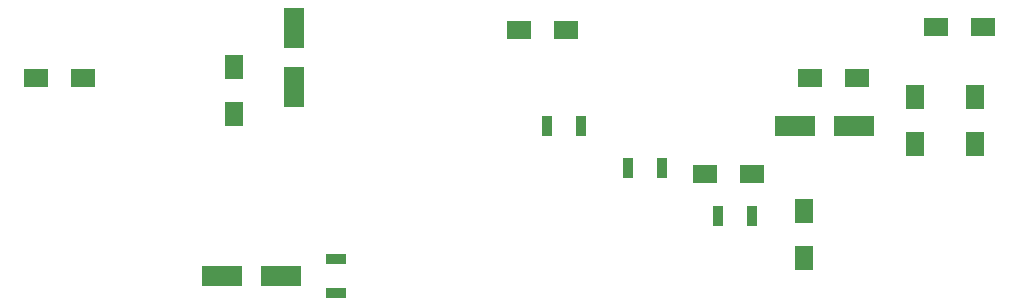
<source format=gtp>
G04 #@! TF.GenerationSoftware,KiCad,Pcbnew,(2017-09-22 revision df472e6)-master*
G04 #@! TF.CreationDate,2018-05-12T20:12:06-07:00*
G04 #@! TF.ProjectId,trswitch,74727377697463682E6B696361645F70,rev?*
G04 #@! TF.SameCoordinates,Original*
G04 #@! TF.FileFunction,Paste,Top*
G04 #@! TF.FilePolarity,Positive*
%FSLAX46Y46*%
G04 Gerber Fmt 4.6, Leading zero omitted, Abs format (unit mm)*
G04 Created by KiCad (PCBNEW (2017-09-22 revision df472e6)-master) date Sat May 12 20:12:06 2018*
%MOMM*%
%LPD*%
G01*
G04 APERTURE LIST*
%ADD10R,2.000000X1.600000*%
%ADD11R,1.600000X2.000000*%
%ADD12R,0.900000X1.700000*%
%ADD13R,3.500120X1.800860*%
%ADD14R,1.800860X3.500120*%
%ADD15R,1.700000X0.900000*%
G04 APERTURE END LIST*
D10*
X145320000Y-96266000D03*
X149320000Y-96266000D03*
D11*
X183896000Y-101886000D03*
X183896000Y-105886000D03*
D10*
X165068000Y-108458000D03*
X161068000Y-108458000D03*
D11*
X121158000Y-103346000D03*
X121158000Y-99346000D03*
D10*
X180626000Y-96012000D03*
X184626000Y-96012000D03*
D11*
X178816000Y-101886000D03*
X178816000Y-105886000D03*
X169418000Y-115538000D03*
X169418000Y-111538000D03*
D10*
X108426000Y-100330000D03*
X104426000Y-100330000D03*
X169958000Y-100330000D03*
X173958000Y-100330000D03*
D12*
X162126000Y-112014000D03*
X165026000Y-112014000D03*
X157406000Y-107950000D03*
X154506000Y-107950000D03*
X147648000Y-104394000D03*
X150548000Y-104394000D03*
D13*
X168696640Y-104394000D03*
X173695360Y-104394000D03*
D14*
X126238000Y-101051360D03*
X126238000Y-96052640D03*
D13*
X125181360Y-117094000D03*
X120182640Y-117094000D03*
D15*
X129794000Y-118544000D03*
X129794000Y-115644000D03*
M02*

</source>
